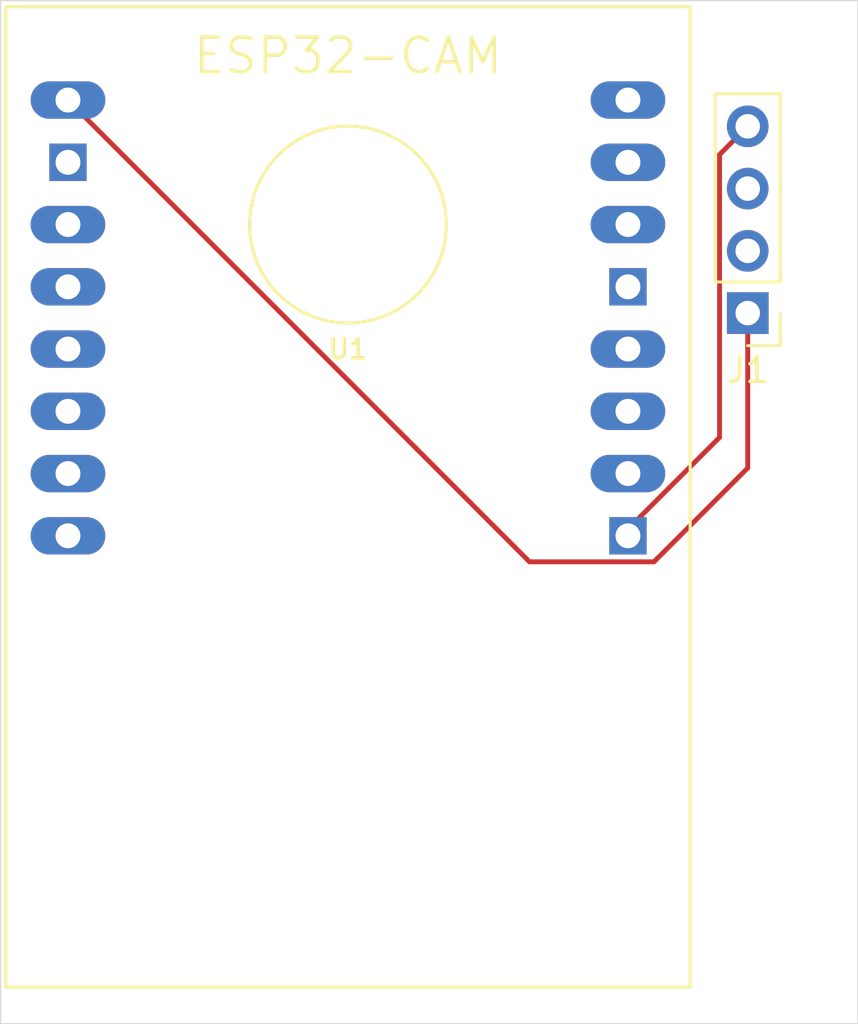
<source format=kicad_pcb>
(kicad_pcb (version 20240108) (generator "pcbnew") (generator_version "8.0")
  (layers (0 "F.Cu" signal) (31 "B.Cu" signal) (34 "B.Paste" user) (35 "F.Paste" user) (36 "B.SilkS" user "B.Silkscreen") (37 "F.SilkS" user "F.Silkscreen") (38 "B.Mask" user) (39 "F.Mask" user) (44 "Edge.Cuts" user))
  (net 0 "")
  (net 1 "5V")
  (net 4 "GND")
  (net 5 "PWM")
  (footprint "ESP32-CAM:ESP32-CAM" (layer "F.Cu") (at 167.93 85.7175 180)
    (property "Reference" "U1" (at 0 0 0) (layer "F.SilkS") (effects (font (size 0.787402 0.787402))))
    (property "Value" "ESP32-CAM")
    (fp_line (start 13.97 13.97) (end 13.97 -26.035) (stroke (width 0.127)) (layer "F.SilkS"))
    (fp_line (start 13.97 -26.035) (end -13.97 -26.035) (stroke (width 0.127)) (layer "F.SilkS"))
    (fp_line (start -13.97 13.97) (end 13.97 13.97) (stroke (width 0.127)) (layer "F.SilkS"))
    (fp_line (start -13.97 -26.035) (end -13.97 13.97) (stroke (width 0.127)) (layer "F.SilkS"))
    (fp_circle (center 0 5.08) (end 4.01609 5.08) (stroke (width 0.127)) (fill none) (layer "F.SilkS"))
    (fp_text user "ESP32-CAM" (at 0 11.9675 0) (layer "F.SilkS") (effects (font (size 1.4 1.4))))
    (pad "P$1" thru_hole rect (at -11.43 -7.62 180) (size 1.524 1.524) (drill 1.016) (layers "*.Cu" "*.Mask" "In1.Cu" "In2.Cu" "In3.Cu" "In4.Cu" "In5.Cu" "In6.Cu" "In7.Cu" "In8.Cu" "In9.Cu" "In10.Cu" "In11.Cu" "In12.Cu" "In13.Cu" "In14.Cu" "In15.Cu" "In16.Cu" "In17.Cu" "In18.Cu" "In19.Cu" "In20.Cu" "In21.Cu" "In22.Cu" "In23.Cu" "In24.Cu" "In25.Cu" "In26.Cu" "In27.Cu" "In28.Cu" "In29.Cu" "In30.Cu") (net 4 "GND"))
    (pad "P$2" thru_hole oval (at -11.43 -5.08 180) (size 3.048 1.524) (drill 1.016) (layers "*.Cu" "*.Mask" "In1.Cu" "In2.Cu" "In3.Cu" "In4.Cu" "In5.Cu" "In6.Cu" "In7.Cu" "In8.Cu" "In9.Cu" "In10.Cu" "In11.Cu" "In12.Cu" "In13.Cu" "In14.Cu" "In15.Cu" "In16.Cu" "In17.Cu" "In18.Cu" "In19.Cu" "In20.Cu" "In21.Cu" "In22.Cu" "In23.Cu" "In24.Cu" "In25.Cu" "In26.Cu" "In27.Cu" "In28.Cu" "In29.Cu" "In30.Cu"))
    (pad "P$3" thru_hole oval (at -11.43 -2.54 180) (size 3.048 1.524) (drill 1.016) (layers "*.Cu" "*.Mask" "In1.Cu" "In2.Cu" "In3.Cu" "In4.Cu" "In5.Cu" "In6.Cu" "In7.Cu" "In8.Cu" "In9.Cu" "In10.Cu" "In11.Cu" "In12.Cu" "In13.Cu" "In14.Cu" "In15.Cu" "In16.Cu" "In17.Cu" "In18.Cu" "In19.Cu" "In20.Cu" "In21.Cu" "In22.Cu" "In23.Cu" "In24.Cu" "In25.Cu" "In26.Cu" "In27.Cu" "In28.Cu" "In29.Cu" "In30.Cu"))
    (pad "P$4" thru_hole oval (at -11.43 0 180) (size 3.048 1.524) (drill 1.016) (layers "*.Cu" "*.Mask" "In1.Cu" "In2.Cu" "In3.Cu" "In4.Cu" "In5.Cu" "In6.Cu" "In7.Cu" "In8.Cu" "In9.Cu" "In10.Cu" "In11.Cu" "In12.Cu" "In13.Cu" "In14.Cu" "In15.Cu" "In16.Cu" "In17.Cu" "In18.Cu" "In19.Cu" "In20.Cu" "In21.Cu" "In22.Cu" "In23.Cu" "In24.Cu" "In25.Cu" "In26.Cu" "In27.Cu" "In28.Cu" "In29.Cu" "In30.Cu"))
    (pad "P$5" thru_hole rect (at -11.43 2.54 180) (size 1.524 1.524) (drill 1.016) (layers "*.Cu" "*.Mask" "In1.Cu" "In2.Cu" "In3.Cu" "In4.Cu" "In5.Cu" "In6.Cu" "In7.Cu" "In8.Cu" "In9.Cu" "In10.Cu" "In11.Cu" "In12.Cu" "In13.Cu" "In14.Cu" "In15.Cu" "In16.Cu" "In17.Cu" "In18.Cu" "In19.Cu" "In20.Cu" "In21.Cu" "In22.Cu" "In23.Cu" "In24.Cu" "In25.Cu" "In26.Cu" "In27.Cu" "In28.Cu" "In29.Cu" "In30.Cu"))
    (pad "P$6" thru_hole oval (at -11.43 5.08 180) (size 3.048 1.524) (drill 1.016) (layers "*.Cu" "*.Mask" "In1.Cu" "In2.Cu" "In3.Cu" "In4.Cu" "In5.Cu" "In6.Cu" "In7.Cu" "In8.Cu" "In9.Cu" "In10.Cu" "In11.Cu" "In12.Cu" "In13.Cu" "In14.Cu" "In15.Cu" "In16.Cu" "In17.Cu" "In18.Cu" "In19.Cu" "In20.Cu" "In21.Cu" "In22.Cu" "In23.Cu" "In24.Cu" "In25.Cu" "In26.Cu" "In27.Cu" "In28.Cu" "In29.Cu" "In30.Cu"))
    (pad "P$7" thru_hole oval (at -11.43 7.62 180) (size 3.048 1.524) (drill 1.016) (layers "*.Cu" "*.Mask" "In1.Cu" "In2.Cu" "In3.Cu" "In4.Cu" "In5.Cu" "In6.Cu" "In7.Cu" "In8.Cu" "In9.Cu" "In10.Cu" "In11.Cu" "In12.Cu" "In13.Cu" "In14.Cu" "In15.Cu" "In16.Cu" "In17.Cu" "In18.Cu" "In19.Cu" "In20.Cu" "In21.Cu" "In22.Cu" "In23.Cu" "In24.Cu" "In25.Cu" "In26.Cu" "In27.Cu" "In28.Cu" "In29.Cu" "In30.Cu"))
    (pad "P$8" thru_hole oval (at -11.43 10.16 180) (size 3.048 1.524) (drill 1.016) (layers "*.Cu" "*.Mask" "In1.Cu" "In2.Cu" "In3.Cu" "In4.Cu" "In5.Cu" "In6.Cu" "In7.Cu" "In8.Cu" "In9.Cu" "In10.Cu" "In11.Cu" "In12.Cu" "In13.Cu" "In14.Cu" "In15.Cu" "In16.Cu" "In17.Cu" "In18.Cu" "In19.Cu" "In20.Cu" "In21.Cu" "In22.Cu" "In23.Cu" "In24.Cu" "In25.Cu" "In26.Cu" "In27.Cu" "In28.Cu" "In29.Cu" "In30.Cu"))
    (pad "P$9" thru_hole oval (at 11.43 10.16 180) (size 3.048 1.524) (drill 1.016) (layers "*.Cu" "*.Mask" "In1.Cu" "In2.Cu" "In3.Cu" "In4.Cu" "In5.Cu" "In6.Cu" "In7.Cu" "In8.Cu" "In9.Cu" "In10.Cu" "In11.Cu" "In12.Cu" "In13.Cu" "In14.Cu" "In15.Cu" "In16.Cu" "In17.Cu" "In18.Cu" "In19.Cu" "In20.Cu" "In21.Cu" "In22.Cu" "In23.Cu" "In24.Cu" "In25.Cu" "In26.Cu" "In27.Cu" "In28.Cu" "In29.Cu" "In30.Cu") (net 1 "5V"))
    (pad "P$10" thru_hole rect (at 11.43 7.62 180) (size 1.524 1.524) (drill 1.016) (layers "*.Cu" "*.Mask" "In1.Cu" "In2.Cu" "In3.Cu" "In4.Cu" "In5.Cu" "In6.Cu" "In7.Cu" "In8.Cu" "In9.Cu" "In10.Cu" "In11.Cu" "In12.Cu" "In13.Cu" "In14.Cu" "In15.Cu" "In16.Cu" "In17.Cu" "In18.Cu" "In19.Cu" "In20.Cu" "In21.Cu" "In22.Cu" "In23.Cu" "In24.Cu" "In25.Cu" "In26.Cu" "In27.Cu" "In28.Cu" "In29.Cu" "In30.Cu"))
    (pad "P$11" thru_hole oval (at 11.43 5.08 180) (size 3.048 1.524) (drill 1.016) (layers "*.Cu" "*.Mask" "In1.Cu" "In2.Cu" "In3.Cu" "In4.Cu" "In5.Cu" "In6.Cu" "In7.Cu" "In8.Cu" "In9.Cu" "In10.Cu" "In11.Cu" "In12.Cu" "In13.Cu" "In14.Cu" "In15.Cu" "In16.Cu" "In17.Cu" "In18.Cu" "In19.Cu" "In20.Cu" "In21.Cu" "In22.Cu" "In23.Cu" "In24.Cu" "In25.Cu" "In26.Cu" "In27.Cu" "In28.Cu" "In29.Cu" "In30.Cu") (net 5 "PWM"))
    (pad "P$12" thru_hole oval (at 11.43 2.54 180) (size 3.048 1.524) (drill 1.016) (layers "*.Cu" "*.Mask" "In1.Cu" "In2.Cu" "In3.Cu" "In4.Cu" "In5.Cu" "In6.Cu" "In7.Cu" "In8.Cu" "In9.Cu" "In10.Cu" "In11.Cu" "In12.Cu" "In13.Cu" "In14.Cu" "In15.Cu" "In16.Cu" "In17.Cu" "In18.Cu" "In19.Cu" "In20.Cu" "In21.Cu" "In22.Cu" "In23.Cu" "In24.Cu" "In25.Cu" "In26.Cu" "In27.Cu" "In28.Cu" "In29.Cu" "In30.Cu"))
    (pad "P$13" thru_hole oval (at 11.43 0 180) (size 3.048 1.524) (drill 1.016) (layers "*.Cu" "*.Mask" "In1.Cu" "In2.Cu" "In3.Cu" "In4.Cu" "In5.Cu" "In6.Cu" "In7.Cu" "In8.Cu" "In9.Cu" "In10.Cu" "In11.Cu" "In12.Cu" "In13.Cu" "In14.Cu" "In15.Cu" "In16.Cu" "In17.Cu" "In18.Cu" "In19.Cu" "In20.Cu" "In21.Cu" "In22.Cu" "In23.Cu" "In24.Cu" "In25.Cu" "In26.Cu" "In27.Cu" "In28.Cu" "In29.Cu" "In30.Cu"))
    (pad "P$14" thru_hole oval (at 11.43 -2.54 180) (size 3.048 1.524) (drill 1.016) (layers "*.Cu" "*.Mask" "In1.Cu" "In2.Cu" "In3.Cu" "In4.Cu" "In5.Cu" "In6.Cu" "In7.Cu" "In8.Cu" "In9.Cu" "In10.Cu" "In11.Cu" "In12.Cu" "In13.Cu" "In14.Cu" "In15.Cu" "In16.Cu" "In17.Cu" "In18.Cu" "In19.Cu" "In20.Cu" "In21.Cu" "In22.Cu" "In23.Cu" "In24.Cu" "In25.Cu" "In26.Cu" "In27.Cu" "In28.Cu" "In29.Cu" "In30.Cu"))
    (pad "P$15" thru_hole oval (at 11.43 -5.08 180) (size 3.048 1.524) (drill 1.016) (layers "*.Cu" "*.Mask" "In1.Cu" "In2.Cu" "In3.Cu" "In4.Cu" "In5.Cu" "In6.Cu" "In7.Cu" "In8.Cu" "In9.Cu" "In10.Cu" "In11.Cu" "In12.Cu" "In13.Cu" "In14.Cu" "In15.Cu" "In16.Cu" "In17.Cu" "In18.Cu" "In19.Cu" "In20.Cu" "In21.Cu" "In22.Cu" "In23.Cu" "In24.Cu" "In25.Cu" "In26.Cu" "In27.Cu" "In28.Cu" "In29.Cu" "In30.Cu"))
    (pad "P$16" thru_hole oval (at 11.43 -7.62 180) (size 3.048 1.524) (drill 1.016) (layers "*.Cu" "*.Mask" "In1.Cu" "In2.Cu" "In3.Cu" "In4.Cu" "In5.Cu" "In6.Cu" "In7.Cu" "In8.Cu" "In9.Cu" "In10.Cu" "In11.Cu" "In12.Cu" "In13.Cu" "In14.Cu" "In15.Cu" "In16.Cu" "In17.Cu" "In18.Cu" "In19.Cu" "In20.Cu" "In21.Cu" "In22.Cu" "In23.Cu" "In24.Cu" "In25.Cu" "In26.Cu" "In27.Cu" "In28.Cu" "In29.Cu" "In30.Cu"))
  )
  (footprint "Connector_PinHeader_2.54mm:PinHeader_1x04_P2.54mm_Vertical" (layer "F.Cu") (at 184.25 84.25 180)
    (property "Reference" "J1" (at 0 -2.33 0) (layer "F.SilkS"))
    (property "Value" "USB_C_BREAKOUT")
    (fp_line (start 1.33 1.27) (end 1.33 8.95) (stroke (width 0.12)) (layer "F.SilkS"))
    (fp_line (start -1.33 8.95) (end 1.33 8.95) (stroke (width 0.12)) (layer "F.SilkS"))
    (fp_line (start -1.33 1.27) (end 1.33 1.27) (stroke (width 0.12)) (layer "F.SilkS"))
    (fp_line (start -1.33 1.27) (end -1.33 8.95) (stroke (width 0.12)) (layer "F.SilkS"))
    (fp_line (start -1.33 0) (end -1.33 -1.33) (stroke (width 0.12)) (layer "F.SilkS"))
    (fp_line (start -1.33 -1.33) (end 0 -1.33) (stroke (width 0.12)) (layer "F.SilkS"))
    (pad "1" thru_hole rect (at 0 0 180) (size 1.7 1.7) (drill 1) (layers "*.Cu" "*.Mask" "In1.Cu" "In2.Cu" "In3.Cu" "In4.Cu" "In5.Cu" "In6.Cu" "In7.Cu" "In8.Cu" "In9.Cu" "In10.Cu" "In11.Cu" "In12.Cu" "In13.Cu" "In14.Cu" "In15.Cu" "In16.Cu" "In17.Cu" "In18.Cu" "In19.Cu" "In20.Cu" "In21.Cu" "In22.Cu" "In23.Cu" "In24.Cu" "In25.Cu" "In26.Cu" "In27.Cu" "In28.Cu" "In29.Cu" "In30.Cu") (net 1 "5V"))
    (pad "2" thru_hole oval (at 0 2.54 180) (size 1.7 1.7) (drill 1) (layers "*.Cu" "*.Mask" "In1.Cu" "In2.Cu" "In3.Cu" "In4.Cu" "In5.Cu" "In6.Cu" "In7.Cu" "In8.Cu" "In9.Cu" "In10.Cu" "In11.Cu" "In12.Cu" "In13.Cu" "In14.Cu" "In15.Cu" "In16.Cu" "In17.Cu" "In18.Cu" "In19.Cu" "In20.Cu" "In21.Cu" "In22.Cu" "In23.Cu" "In24.Cu" "In25.Cu" "In26.Cu" "In27.Cu" "In28.Cu" "In29.Cu" "In30.Cu"))
    (pad "3" thru_hole oval (at 0 5.08 180) (size 1.7 1.7) (drill 1) (layers "*.Cu" "*.Mask" "In1.Cu" "In2.Cu" "In3.Cu" "In4.Cu" "In5.Cu" "In6.Cu" "In7.Cu" "In8.Cu" "In9.Cu" "In10.Cu" "In11.Cu" "In12.Cu" "In13.Cu" "In14.Cu" "In15.Cu" "In16.Cu" "In17.Cu" "In18.Cu" "In19.Cu" "In20.Cu" "In21.Cu" "In22.Cu" "In23.Cu" "In24.Cu" "In25.Cu" "In26.Cu" "In27.Cu" "In28.Cu" "In29.Cu" "In30.Cu"))
    (pad "4" thru_hole oval (at 0 7.62 180) (size 1.7 1.7) (drill 1) (layers "*.Cu" "*.Mask" "In1.Cu" "In2.Cu" "In3.Cu" "In4.Cu" "In5.Cu" "In6.Cu" "In7.Cu" "In8.Cu" "In9.Cu" "In10.Cu" "In11.Cu" "In12.Cu" "In13.Cu" "In14.Cu" "In15.Cu" "In16.Cu" "In17.Cu" "In18.Cu" "In19.Cu" "In20.Cu" "In21.Cu" "In22.Cu" "In23.Cu" "In24.Cu" "In25.Cu" "In26.Cu" "In27.Cu" "In28.Cu" "In29.Cu" "In30.Cu") (net 4 "GND"))
  )
  (gr_rect (start 153.75 71.5) (end 188.75 113.25) (stroke (width 0.05)) (fill none) (layer "Edge.Cuts"))
  (segment (start 184.25 90.5715) (end 180.422 94.3995) (width 0.2) (layer "F.Cu") (net 1))
  (segment (start 184.25 84.25) (end 184.25 90.5715) (width 0.2) (layer "F.Cu") (net 1))
  (segment (start 175.342 94.3995) (end 156.5 75.5575) (width 0.2) (layer "F.Cu") (net 1))
  (segment (start 180.422 94.3995) (end 175.342 94.3995) (width 0.2) (layer "F.Cu") (net 1))
  (segment (start 183.1 89.321395) (end 183.1 77.78) (width 0.2) (layer "F.Cu") (net 4))
  (segment (start 179.36 93.061395) (end 183.1 89.321395) (width 0.2) (layer "F.Cu") (net 4))
  (segment (start 179.36 93.3375) (end 179.36 93.061395) (width 0.2) (layer "F.Cu") (net 4))
  (segment (start 183.1 77.78) (end 184.25 76.63) (width 0.2) (layer "F.Cu") (net 4))
)
</source>
